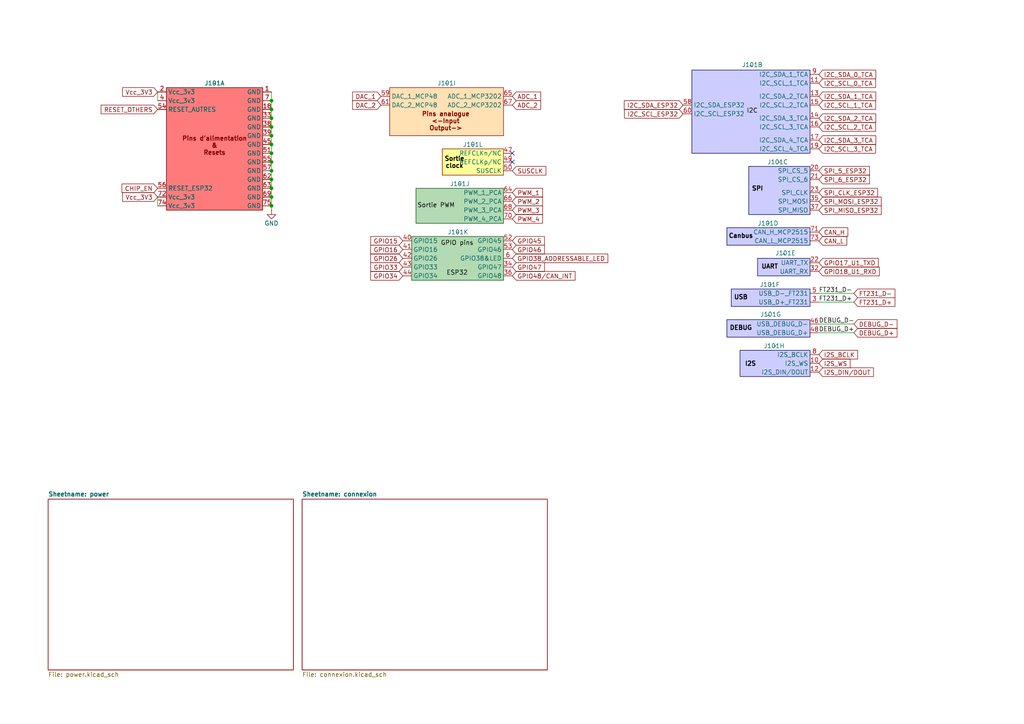
<source format=kicad_sch>
(kicad_sch (version 20231120) (generator "eeschema") (generator_version "8.0")
  (paper "A4")
  (lib_symbols
    (symbol "connecteur_som_esp32:connecteur_SOM_ESP32"
      (property "Reference" "J" (at 0.254 16.51 0))
      (symbol "connecteur_SOM_ESP32_1_1"
        (rectangle (start -13.97 7.62) (end 13.97 -27.94) (stroke (width 0) (color 72 0 0 1)) (fill (type color) (color 255 0 0 0.52)))
        (text "Pins d'alimentation\n&\nResets" (at 0 -9.144 0) (effects (font (size 1.27 1.27) (bold yes))))
        (pin power_in line (at 16.51 6.35 180) (length 2.54) (name "GND") (number "1"))
        (pin power_in line (at 16.51 1.27 180) (length 2.54) (name "GND") (number "18"))
        (pin power_in line (at -16.51 6.35 0) (length 2.54) (name "Vcc_3v3") (number "2"))
        (pin power_in line (at 16.51 -1.27 180) (length 2.54) (name "GND") (number "33"))
        (pin power_in line (at 16.51 -3.81 180) (length 2.54) (name "GND") (number "38"))
        (pin power_in line (at 16.51 -6.35 180) (length 2.54) (name "GND") (number "39"))
        (pin power_in line (at -16.51 3.81 0) (length 2.54) (name "Vcc_3v3") (number "4"))
        (pin power_in line (at 16.51 -8.89 180) (length 2.54) (name "GND") (number "45"))
        (pin power_in line (at 16.51 -11.43 180) (length 2.54) (name "GND") (number "51"))
        (pin bidirectional line (at -16.51 1.27 0) (length 2.54) (name "RESET_AUTRES") (number "54"))
        (pin power_in line (at 16.51 -13.97 180) (length 2.54) (name "GND") (number "55"))
        (pin bidirectional line (at -16.51 -21.59 0) (length 2.54) (name "RESET_ESP32") (number "56"))
        (pin power_in line (at 16.51 -16.51 180) (length 2.54) (name "GND") (number "57"))
        (pin power_in line (at 16.51 -19.05 180) (length 2.54) (name "GND") (number "62"))
        (pin power_in line (at 16.51 -21.59 180) (length 2.54) (name "GND") (number "63"))
        (pin power_in line (at 16.51 -24.13 180) (length 2.54) (name "GND") (number "69"))
        (pin power_in line (at 16.51 3.81 180) (length 2.54) (name "GND") (number "7"))
        (pin power_in line (at -16.51 -24.13 0) (length 2.54) (name "Vcc_3v3") (number "72"))
        (pin power_in line (at -16.51 -26.67 0) (length 2.54) (name "Vcc_3v3") (number "74"))
        (pin power_in line (at 16.51 -26.67 180) (length 2.54) (name "GND") (number "75"))
      )
      (symbol "connecteur_SOM_ESP32_2_1"
        (rectangle (start -17.78 11.43) (end 16.51 -12.7) (stroke (width 0) (color 0 0 72 1)) (fill (type color) (color 0 0 255 0.2)))
        (text "I2C" (at -0.254 -0.254 0) (effects (font (size 1.27 1.27))))
        (pin bidirectional line (at 19.05 7.62 180) (length 2.54) (name "I2C_SCL_1_TCA") (number "11"))
        (pin bidirectional line (at 19.05 3.81 180) (length 2.54) (name "I2C_SDA_2_TCA") (number "13"))
        (pin bidirectional line (at 19.05 -2.54 180) (length 2.54) (name "I2C_SDA_3_TCA") (number "14"))
        (pin bidirectional line (at 19.05 1.27 180) (length 2.54) (name "I2C_SCL_2_TCA") (number "15"))
        (pin bidirectional line (at 19.05 -5.08 180) (length 2.54) (name "I2C_SCL_3_TCA") (number "16"))
        (pin bidirectional line (at 19.05 -8.89 180) (length 2.54) (name "I2C_SDA_4_TCA") (number "17"))
        (pin bidirectional line (at 19.05 -11.43 180) (length 2.54) (name "I2C_SCL_4_TCA") (number "19"))
        (pin bidirectional line (at -20.32 1.27 0) (length 2.54) (name "I2C_SDA_ESP32") (number "58"))
        (pin bidirectional line (at -20.32 -1.27 0) (length 2.54) (name "I2C_SCL_ESP32") (number "60"))
        (pin bidirectional line (at 19.05 10.16 180) (length 2.54) (name "I2C_SDA_1_TCA") (number "9"))
      )
      (symbol "connecteur_SOM_ESP32_3_1"
        (rectangle (start -2.54 6.35) (end 15.24 -7.62) (stroke (width 0) (color 0 0 72 1)) (fill (type color) (color 0 0 255 0.2)))
        (text "SPI" (at 0 0 0) (effects (font (size 1.27 1.27) (bold yes))))
        (pin bidirectional line (at 17.78 5.08 180) (length 2.54) (name "SPI_CS_5") (number "20"))
        (pin bidirectional line (at 17.78 2.54 180) (length 2.54) (name "SPI_CS_6") (number "21"))
        (pin bidirectional line (at 17.78 -1.27 180) (length 2.54) (name "SPI_CLK") (number "23"))
        (pin bidirectional line (at 17.78 -3.81 180) (length 2.54) (name "SPI_MOSI") (number "35"))
        (pin bidirectional line (at 17.78 -6.35 180) (length 2.54) (name "SPI_MISO") (number "37"))
      )
      (symbol "connecteur_SOM_ESP32_4_1"
        (rectangle (start -13.97 2.54) (end 10.16 -2.54) (stroke (width 0) (color 0 0 72 1)) (fill (type color) (color 0 0 255 0.2)))
        (text "Canbus" (at -9.906 0.254 0) (effects (font (size 1.27 1.27) (bold yes))))
        (pin bidirectional line (at 12.7 1.27 180) (length 2.54) (name "CAN_H_MCP2515") (number "71"))
        (pin bidirectional line (at 12.7 -1.27 180) (length 2.54) (name "CAN_L_MCP2515") (number "73"))
      )
      (symbol "connecteur_SOM_ESP32_5_1"
        (rectangle (start -3.81 2.54) (end 11.43 -2.54) (stroke (width 0) (color 0 0 72 1)) (fill (type color) (color 0 0 255 0.2)))
        (text "UART" (at -0.254 0.254 0) (effects (font (size 1.27 1.27) (bold yes))))
        (pin bidirectional line (at 13.97 1.27 180) (length 2.54) (name "UART_TX") (number "22"))
        (pin bidirectional line (at 13.97 -1.27 180) (length 2.54) (name "UART_RX") (number "32"))
      )
      (symbol "connecteur_SOM_ESP32_6_1"
        (rectangle (start -11.43 2.54) (end 11.43 -2.54) (stroke (width 0) (color 0 0 72 1)) (fill (type color) (color 0 0 255 0.2)))
        (text "USB" (at -8.636 0.254 0) (effects (font (size 1.27 1.27) (bold yes))))
        (pin bidirectional line (at 13.97 -1.27 180) (length 2.54) (name "USB_D+_FT231") (number "3"))
        (pin bidirectional line (at 13.97 1.27 180) (length 2.54) (name "USB_D-_FT231") (number "5"))
      )
      (symbol "connecteur_SOM_ESP32_7_1"
        (rectangle (start -12.7 2.54) (end 11.43 -2.54) (stroke (width 0) (color 0 0 72 1)) (fill (type color) (color 0 0 255 0.2)))
        (text "DEBUG" (at -8.636 0.254 0) (effects (font (size 1.27 1.27) (bold yes))))
        (pin bidirectional line (at 13.97 1.27 180) (length 2.54) (name "USB_DEBUG_D-") (number "46"))
        (pin bidirectional line (at 13.97 -1.27 180) (length 2.54) (name "USB_DEBUG_D+") (number "48"))
      )
      (symbol "connecteur_SOM_ESP32_8_1"
        (rectangle (start -8.89 5.08) (end 11.43 -2.54) (stroke (width 0) (color 0 0 72 1)) (fill (type color) (color 0 0 255 0.2)))
        (text "I2S" (at -5.842 1.27 0) (effects (font (size 1.27 1.27) (bold yes))))
        (pin bidirectional line (at 13.97 1.27 180) (length 2.54) (name "I2S_WS") (number "10"))
        (pin bidirectional line (at 13.97 -1.27 180) (length 2.54) (name "I2S_DIN/DOUT") (number "12"))
        (pin bidirectional line (at 13.97 3.81 180) (length 2.54) (name "I2S_BCLK") (number "8"))
      )
      (symbol "connecteur_SOM_ESP32_9_1"
        (rectangle (start -16.51 3.81) (end 16.51 -10.16) (fill (type color) (color 255 153 0 0.3)))
        (text "Pins analogue\n<-Input\nOutput->" (at -0.254 -5.842 0) (effects (font (size 1.27 1.27) (bold yes))))
        (pin bidirectional line (at -19.05 1.27 0) (length 2.54) (name "DAC_1_MCP48") (number "59"))
        (pin bidirectional line (at -19.05 -1.27 0) (length 2.54) (name "DAC_2_MCP48") (number "61"))
        (pin power_in line (at 19.05 1.27 180) (length 2.54) (name "ADC_1_MCP3202") (number "65"))
        (pin power_in line (at 19.05 -1.27 180) (length 2.54) (name "ADC_2_MCP3202") (number "67"))
      )
      (symbol "connecteur_SOM_ESP32_10_1"
        (rectangle (start -19.05 5.08) (end 6.35 -5.08) (stroke (width 0) (color 0 72 0 1)) (fill (type color) (color 0 132 0 0.3)))
        (text "Sortie PWM\n" (at -13.208 0.254 0) (effects (font (size 1.27 1.27))))
        (pin output line (at 8.89 3.81 180) (length 2.54) (name "PWM_1_PCA") (number "64"))
        (pin output line (at 8.89 1.27 180) (length 2.54) (name "PWM_2_PCA") (number "66"))
        (pin output line (at 8.89 -1.27 180) (length 2.54) (name "PWM_3_PCA") (number "68"))
        (pin output line (at 8.89 -3.81 180) (length 2.54) (name "PWM_4_PCA") (number "70"))
      )
      (symbol "connecteur_SOM_ESP32_11_1"
        (rectangle (start -12.7 7.62) (end 13.97 -5.08) (stroke (width 0) (color 0 72 0 1)) (fill (type color) (color 0 132 0 0.3)))
        (text "ESP32\n" (at 0.508 -2.794 0) (effects (font (size 1.27 1.27))))
        (text "GPIO pins" (at 0.508 5.842 0) (effects (font (size 1.27 1.27))))
        (pin bidirectional line (at 16.51 -1.27 180) (length 2.54) (name "GPIO47") (number "34"))
        (pin bidirectional line (at 16.51 -3.81 180) (length 2.54) (name "GPIO48") (number "36"))
        (pin bidirectional line (at -15.24 6.35 0) (length 2.54) (name "GPIO15") (number "40"))
        (pin bidirectional line (at -15.24 3.81 0) (length 2.54) (name "GPIO16") (number "41"))
        (pin bidirectional line (at -15.24 1.27 0) (length 2.54) (name "GPIO26") (number "42"))
        (pin bidirectional line (at -15.24 -1.27 0) (length 2.54) (name "GPIO33") (number "43"))
        (pin bidirectional line (at -15.24 -3.81 0) (length 2.54) (name "GPIO34") (number "44"))
        (pin bidirectional line (at 16.51 6.35 180) (length 2.54) (name "GPIO45") (number "52"))
        (pin bidirectional line (at 16.51 3.81 180) (length 2.54) (name "GPIO46") (number "53"))
        (pin bidirectional line (at 16.51 1.27 180) (length 2.54) (name "GPIO38&LED") (number "6"))
      )
      (symbol "connecteur_SOM_ESP32_12_1"
        (rectangle (start -8.89 3.81) (end 8.89 -3.81) (fill (type color) (color 255 255 0 0.4)))
        (text "Sortie\nclock" (at -5.334 0 0) (effects (font (size 1.27 1.27) (bold yes))))
        (pin output line (at 11.43 2.54 180) (length 2.54) (name "REFCLKn/NC") (number "47"))
        (pin output line (at 11.43 0 180) (length 2.54) (name "REFCLKp/NC") (number "49"))
        (pin output line (at 11.43 -2.54 180) (length 2.54) (name "SUSCLK") (number "50"))
      )
    )
    (symbol "power:GND" (power) (pin_numbers hide) (pin_names (offset 0) hide)
      (property "Value" "GND" (at 0 -3.81 0))
      (symbol "GND_0_1"
        (polyline (pts (xy 0 0) (xy 0 -1.27) (xy 1.27 -1.27) (xy 0 -2.54) (xy -1.27 -1.27) (xy 0 -1.27)))
      )
      (symbol "GND_1_1"
        (pin power_in line (at 0 0 270) (length 0) (name "~") (number "1"))
      )
    )
  )
  (junction (at 78.74 29.21))
  (junction (at 78.74 39.37))
  (junction (at 78.74 59.69))
  (junction (at 78.74 36.83))
  (junction (at 78.74 49.53))
  (junction (at 78.74 52.07))
  (junction (at 78.74 57.15))
  (junction (at 78.74 44.45))
  (junction (at 78.74 41.91))
  (junction (at 78.74 31.75))
  (junction (at 78.74 46.99))
  (junction (at 78.74 34.29))
  (junction (at 78.74 54.61))
  (no_connect (at 148.59 46.99))
  (no_connect (at 148.59 44.45))
  (wire (pts (xy 78.74 31.75) (xy 78.74 34.29)))
  (wire (pts (xy 78.74 52.07) (xy 78.74 54.61)))
  (wire (pts (xy 247.65 93.98) (xy 237.49 93.98)))
  (wire (pts (xy 78.74 49.53) (xy 78.74 52.07)))
  (wire (pts (xy 78.74 34.29) (xy 78.74 36.83)))
  (wire (pts (xy 78.74 26.67) (xy 78.74 29.21)))
  (wire (pts (xy 78.74 54.61) (xy 78.74 57.15)))
  (wire (pts (xy 247.65 96.52) (xy 237.49 96.52)))
  (wire (pts (xy 45.72 26.67) (xy 45.72 29.21)))
  (wire (pts (xy 78.74 57.15) (xy 78.74 59.69)))
  (wire (pts (xy 247.65 87.63) (xy 237.49 87.63)))
  (wire (pts (xy 78.74 44.45) (xy 78.74 46.99)))
  (wire (pts (xy 78.74 39.37) (xy 78.74 41.91)))
  (wire (pts (xy 45.72 57.15) (xy 45.72 59.69)))
  (wire (pts (xy 78.74 46.99) (xy 78.74 49.53)))
  (wire (pts (xy 247.65 85.09) (xy 237.49 85.09)))
  (wire (pts (xy 78.74 41.91) (xy 78.74 44.45)))
  (wire (pts (xy 78.74 59.69) (xy 78.74 60.96)))
  (wire (pts (xy 78.74 29.21) (xy 78.74 31.75)))
  (wire (pts (xy 78.74 36.83) (xy 78.74 39.37)))
  (label "FT231_D+" (at 237.49 87.63 0))
  (label "DEBUG_D-" (at 237.49 93.98 0))
  (label "FT231_D-" (at 237.49 85.09 0))
  (label "DEBUG_D+" (at 237.49 96.52 0))
  (global_label "GPIO16" (shape input) (at 116.84 72.39 180) (property "Intersheetrefs" "${INTERSHEET_REFS}" (effects (hide yes))))
  (global_label "CAN_L" (shape input) (at 237.49 69.85 0) (property "Intersheetrefs" "${INTERSHEET_REFS}" (effects (hide yes))))
  (global_label "PWM_1" (shape input) (at 148.59 55.88 0) (property "Intersheetrefs" "${INTERSHEET_REFS}" (effects (hide yes))))
  (global_label "I2C_SCL_ESP32" (shape input) (at 198.12 33.02 180) (property "Intersheetrefs" "${INTERSHEET_REFS}" (effects (hide yes))))
  (global_label "I2C_SDA_ESP32" (shape input) (at 198.12 30.48 180) (property "Intersheetrefs" "${INTERSHEET_REFS}" (effects (hide yes))))
  (global_label "Vcc_3V3" (shape input) (at 45.72 26.67 180) (property "Intersheetrefs" "${INTERSHEET_REFS}" (effects (hide yes))))
  (global_label "I2C_SDA_1_TCA" (shape input) (at 237.49 27.94 0) (property "Intersheetrefs" "${INTERSHEET_REFS}" (effects (hide yes))))
  (global_label "I2C_SDA_2_TCA" (shape input) (at 237.49 34.29 0) (property "Intersheetrefs" "${INTERSHEET_REFS}" (effects (hide yes))))
  (global_label "I2C_SCL_3_TCA" (shape input) (at 237.49 43.18 0) (property "Intersheetrefs" "${INTERSHEET_REFS}" (effects (hide yes))))
  (global_label "DAC_1" (shape input) (at 110.49 27.94 180) (property "Intersheetrefs" "${INTERSHEET_REFS}" (effects (hide yes))))
  (global_label "DEBUG_D+" (shape input) (at 247.65 96.52 0) (property "Intersheetrefs" "${INTERSHEET_REFS}" (effects (hide yes))))
  (global_label "I2C_SCL_1_TCA" (shape input) (at 237.49 30.48 0) (property "Intersheetrefs" "${INTERSHEET_REFS}" (effects (hide yes))))
  (global_label "SPI_MISO_ESP32" (shape input) (at 237.49 60.96 0) (property "Intersheetrefs" "${INTERSHEET_REFS}" (effects (hide yes))))
  (global_label "GPIO17_U1_TXD" (shape input) (at 237.49 76.2 0) (property "Intersheetrefs" "${INTERSHEET_REFS}" (effects (hide yes))))
  (global_label "I2C_SDA_0_TCA" (shape input) (at 237.49 21.59 0) (property "Intersheetrefs" "${INTERSHEET_REFS}" (effects (hide yes))))
  (global_label "DEBUG_D-" (shape input) (at 247.65 93.98 0) (property "Intersheetrefs" "${INTERSHEET_REFS}" (effects (hide yes))))
  (global_label "GPIO45" (shape input) (at 148.59 69.85 0) (property "Intersheetrefs" "${INTERSHEET_REFS}" (effects (hide yes))))
  (global_label "GPIO34" (shape input) (at 116.84 80.01 180) (property "Intersheetrefs" "${INTERSHEET_REFS}" (effects (hide yes))))
  (global_label "PWM_2" (shape input) (at 148.59 58.42 0) (property "Intersheetrefs" "${INTERSHEET_REFS}" (effects (hide yes))))
  (global_label "I2C_SCL_2_TCA" (shape input) (at 237.49 36.83 0) (property "Intersheetrefs" "${INTERSHEET_REFS}" (effects (hide yes))))
  (global_label "I2C_SDA_3_TCA" (shape input) (at 237.49 40.64 0) (property "Intersheetrefs" "${INTERSHEET_REFS}" (effects (hide yes))))
  (global_label "GPIO46" (shape input) (at 148.59 72.39 0) (property "Intersheetrefs" "${INTERSHEET_REFS}" (effects (hide yes))))
  (global_label "SPI_MOSI_ESP32" (shape input) (at 237.49 58.42 0) (property "Intersheetrefs" "${INTERSHEET_REFS}" (effects (hide yes))))
  (global_label "Vcc_3V3" (shape input) (at 45.72 57.15 180) (property "Intersheetrefs" "${INTERSHEET_REFS}" (effects (hide yes))))
  (global_label "ADC_1" (shape input) (at 148.59 27.94 0) (property "Intersheetrefs" "${INTERSHEET_REFS}" (effects (hide yes))))
  (global_label "RESET_OTHERS" (shape input) (at 45.72 31.75 180) (property "Intersheetrefs" "${INTERSHEET_REFS}" (effects (hide yes))))
  (global_label "SPI_6_ESP32" (shape input) (at 237.49 52.07 0) (property "Intersheetrefs" "${INTERSHEET_REFS}" (effects (hide yes))))
  (global_label "GPIO33" (shape input) (at 116.84 77.47 180) (property "Intersheetrefs" "${INTERSHEET_REFS}" (effects (hide yes))))
  (global_label "GPIO18_U1_RXD" (shape input) (at 237.49 78.74 0) (property "Intersheetrefs" "${INTERSHEET_REFS}" (effects (hide yes))))
  (global_label "SPI_5_ESP32" (shape input) (at 237.49 49.53 0) (property "Intersheetrefs" "${INTERSHEET_REFS}" (effects (hide yes))))
  (global_label "SUSCLK" (shape input) (at 148.59 49.53 0) (property "Intersheetrefs" "${INTERSHEET_REFS}" (effects (hide yes))))
  (global_label "PWM_3" (shape input) (at 148.59 60.96 0) (property "Intersheetrefs" "${INTERSHEET_REFS}" (effects (hide yes))))
  (global_label "CAN_H" (shape input) (at 237.49 67.31 0) (property "Intersheetrefs" "${INTERSHEET_REFS}" (effects (hide yes))))
  (global_label "FT231_D-" (shape input) (at 247.65 85.09 0) (property "Intersheetrefs" "${INTERSHEET_REFS}" (effects (hide yes))))
  (global_label "GPIO15" (shape input) (at 116.84 69.85 180) (property "Intersheetrefs" "${INTERSHEET_REFS}" (effects (hide yes))))
  (global_label "ADC_2" (shape input) (at 148.59 30.48 0) (property "Intersheetrefs" "${INTERSHEET_REFS}" (effects (hide yes))))
  (global_label "PWM_4" (shape input) (at 148.59 63.5 0) (property "Intersheetrefs" "${INTERSHEET_REFS}" (effects (hide yes))))
  (global_label "CHIP_EN" (shape input) (at 45.72 54.61 180) (property "Intersheetrefs" "${INTERSHEET_REFS}" (effects (hide yes))))
  (global_label "FT231_D+" (shape input) (at 247.65 87.63 0) (property "Intersheetrefs" "${INTERSHEET_REFS}" (effects (hide yes))))
  (global_label "I2S_DIN{slash}DOUT" (shape input) (at 237.49 107.95 0) (property "Intersheetrefs" "${INTERSHEET_REFS}" (effects (hide yes))))
  (global_label "SPI_CLK_ESP32" (shape input) (at 237.49 55.88 0) (property "Intersheetrefs" "${INTERSHEET_REFS}" (effects (hide yes))))
  (global_label "DAC_2" (shape input) (at 110.49 30.48 180) (property "Intersheetrefs" "${INTERSHEET_REFS}" (effects (hide yes))))
  (global_label "GPIO48{slash}CAN_INT" (shape input) (at 148.59 80.01 0) (property "Intersheetrefs" "${INTERSHEET_REFS}" (effects (hide yes))))
  (global_label "GPIO38_ADDRESSABLE_LED" (shape input) (at 148.59 74.93 0) (property "Intersheetrefs" "${INTERSHEET_REFS}" (effects (hide yes))))
  (global_label "GPIO47" (shape input) (at 148.59 77.47 0) (property "Intersheetrefs" "${INTERSHEET_REFS}" (effects (hide yes))))
  (global_label "I2S_BCLK" (shape input) (at 237.49 102.87 0) (property "Intersheetrefs" "${INTERSHEET_REFS}" (effects (hide yes))))
  (global_label "I2C_SCL_0_TCA" (shape input) (at 237.49 24.13 0) (property "Intersheetrefs" "${INTERSHEET_REFS}" (effects (hide yes))))
  (global_label "GPIO26" (shape input) (at 116.84 74.93 180) (property "Intersheetrefs" "${INTERSHEET_REFS}" (effects (hide yes))))
  (global_label "I2S_WS" (shape input) (at 237.49 105.41 0) (property "Intersheetrefs" "${INTERSHEET_REFS}" (effects (hide yes))))
  (symbol (lib_id "connecteur_som_esp32:connecteur_SOM_ESP32") (at 223.52 77.47 0) (unit 5)
    (property "Reference" "J101" (at 227.838 73.406 0))
    (property "Value" "~" (at 227.33 73.66 0))
    (property "Footprint" "MDT320E01001:AMPHENOL_MDT320E01001" (effects (hide yes)))
  )
  (symbol (lib_id "connecteur_som_esp32:connecteur_SOM_ESP32") (at 223.52 95.25 0) (unit 7)
    (property "Reference" "J101" (at 223.52 91.186 0))
    (property "Value" "~" (at 222.885 91.44 0))
    (property "Footprint" "MDT320E01001:AMPHENOL_MDT320E01001" (effects (hide yes)))
  )
  (symbol (lib_id "connecteur_som_esp32:connecteur_SOM_ESP32") (at 137.16 46.99 0) (unit 12)
    (property "Reference" "J101" (at 137.16 41.91 0))
    (property "Value" "~" (at 137.16 41.91 0))
    (property "Footprint" "MDT320E01001:AMPHENOL_MDT320E01001" (effects (hide yes)))
  )
  (symbol (lib_id "connecteur_som_esp32:connecteur_SOM_ESP32") (at 129.54 29.21 0) (unit 9)
    (property "Reference" "J101" (at 129.54 24.13 0))
    (property "Value" "~" (at 129.54 24.13 0))
    (property "Footprint" "MDT320E01001:AMPHENOL_MDT320E01001" (effects (hide yes)))
  )
  (symbol (lib_id "power:GND") (at 78.74 60.96 0) (unit 1)
    (property "Reference" "#PWR0101" (effects (hide yes)))
    (property "Value" "GND" (at 78.74 64.77 0))
    (property "Description" "Power symbol creates a global label with name \"GND\" , ground" (effects (hide yes)))
  )
  (symbol (lib_id "connecteur_som_esp32:connecteur_SOM_ESP32") (at 223.52 106.68 0) (unit 8)
    (property "Reference" "J101" (at 224.536 100.33 0))
    (property "Value" "~" (at 224.79 100.33 0))
    (property "Footprint" "MDT320E01001:AMPHENOL_MDT320E01001" (effects (hide yes)))
  )
  (symbol (lib_id "connecteur_som_esp32:connecteur_SOM_ESP32") (at 218.44 31.75 0) (unit 2)
    (property "Reference" "J101" (at 218.186 18.796 0))
    (property "Value" "~" (at 217.805 19.05 0))
    (property "Footprint" "MDT320E01001:AMPHENOL_MDT320E01001" (effects (hide yes)))
  )
  (symbol (lib_id "connecteur_som_esp32:connecteur_SOM_ESP32") (at 219.71 54.61 0) (unit 3)
    (property "Reference" "J101" (at 225.552 46.99 0))
    (property "Value" "~" (at 226.06 46.99 0))
    (property "Footprint" "MDT320E01001:AMPHENOL_MDT320E01001" (effects (hide yes)))
  )
  (symbol (lib_id "connecteur_som_esp32:connecteur_SOM_ESP32") (at 224.79 68.58 0) (unit 4)
    (property "Reference" "J101" (at 222.758 64.77 0))
    (property "Value" "~" (at 222.885 64.77 0))
    (property "Footprint" "MDT320E01001:AMPHENOL_MDT320E01001" (effects (hide yes)))
  )
  (symbol (lib_id "connecteur_som_esp32:connecteur_SOM_ESP32") (at 139.7 59.69 0) (unit 10)
    (property "Reference" "J101" (at 133.35 53.34 0))
    (property "Value" "~" (at 133.35 53.34 0))
    (property "Footprint" "MDT320E01001:AMPHENOL_MDT320E01001" (effects (hide yes)))
  )
  (symbol (lib_id "connecteur_som_esp32:connecteur_SOM_ESP32") (at 223.52 86.36 0) (unit 6)
    (property "Reference" "J101" (at 223.266 82.55 0))
    (property "Value" "~" (at 223.52 82.55 0))
    (property "Footprint" "MDT320E01001:AMPHENOL_MDT320E01001" (effects (hide yes)))
  )
  (symbol (lib_id "connecteur_som_esp32:connecteur_SOM_ESP32") (at 62.23 33.02 0) (unit 1)
    (property "Reference" "J101" (at 62.23 24.13 0))
    (property "Value" "~" (at 62.23 24.13 0))
    (property "Footprint" "MDT320E01001:AMPHENOL_MDT320E01001" (effects (hide yes)))
  )
  (symbol (lib_id "connecteur_som_esp32:connecteur_SOM_ESP32") (at 132.08 76.2 0) (unit 11)
    (property "Reference" "J101" (at 132.842 67.31 0))
    (property "Value" "~" (at 132.715 67.31 0))
    (property "Footprint" "MDT320E01001:AMPHENOL_MDT320E01001" (effects (hide yes)))
  )
  (sheet (at 87.63 144.78) (size 71.12 49.53) (stroke (width 0.1524))
    (property "Sheetname" "connexion" (at 87.63 144.0684 0) (show_name yes) (effects (font (bold yes)) (justify left bottom)))
    (property "Sheetfile" "connexion.kicad_sch" (at 87.63 194.8946 0) (effects (justify left top)))
  )
  (sheet (at 13.97 144.78) (size 71.12 49.53) (stroke (width 0.1524))
    (property "Sheetname" "power" (at 13.97 144.0684 0) (show_name yes) (effects (font (bold yes)) (justify left bottom)))
    (property "Sheetfile" "power.kicad_sch" (at 13.97 194.8946 0) (effects (justify left top)))
  )
)
</source>
